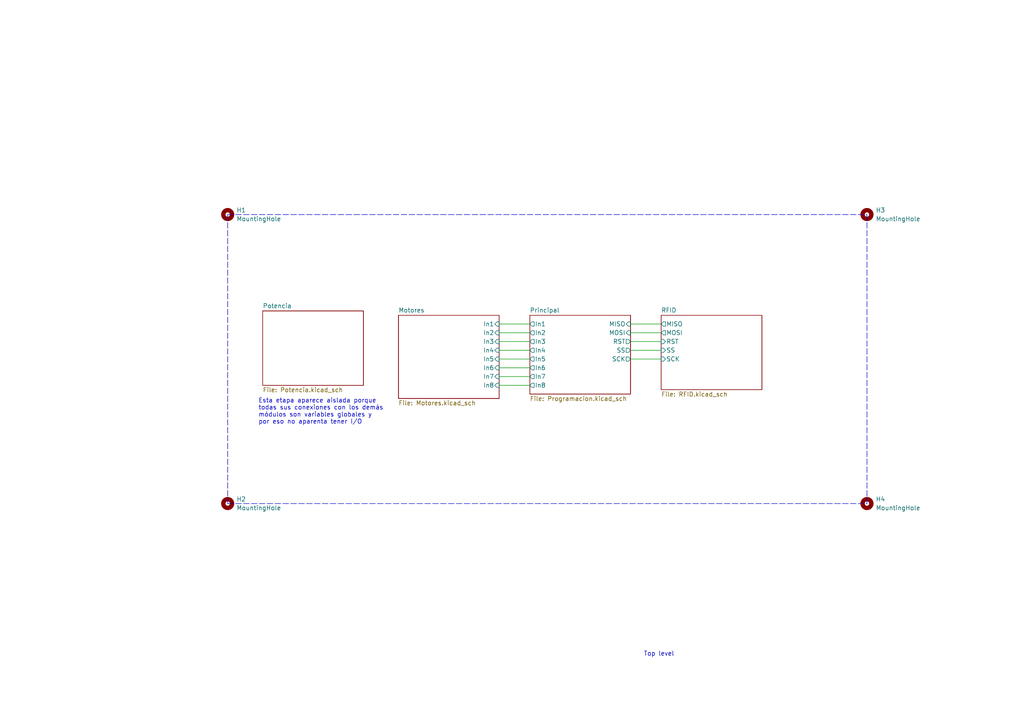
<source format=kicad_sch>
(kicad_sch (version 20211123) (generator eeschema)
  (paper "A4")
  (lib_symbols
    (symbol "Mechanical:MountingHole" (pin_names (offset 1.016))
      (property "Reference" "H" (at 0 5.08 0))
      (property "Value" "MountingHole" (at 0 3.175 0))
      (symbol "MountingHole_0_1"
        (circle (center 0 0) (radius 1.27) (stroke (width 1.27)))
      )
    )
  )
  (wire (pts (xy 144.78 96.52) (xy 153.67 96.52)))
  (wire (pts (xy 182.88 96.52) (xy 191.77 96.52)))
  (wire (pts (xy 182.88 93.98) (xy 191.77 93.98)))
  (wire (pts (xy 182.88 101.6) (xy 191.77 101.6)))
  (wire (pts (xy 182.88 99.06) (xy 191.77 99.06)))
  (polyline (pts (xy 251.46 62.23) (xy 251.46 146.05)))
  (polyline (pts (xy 66.04 146.05) (xy 251.46 146.05)))
  (wire (pts (xy 182.88 104.14) (xy 191.77 104.14)))
  (wire (pts (xy 144.78 104.14) (xy 153.67 104.14)))
  (wire (pts (xy 144.78 109.22) (xy 153.67 109.22)))
  (wire (pts (xy 144.78 99.06) (xy 153.67 99.06)))
  (wire (pts (xy 144.78 106.68) (xy 153.67 106.68)))
  (wire (pts (xy 144.78 93.98) (xy 153.67 93.98)))
  (wire (pts (xy 144.78 101.6) (xy 153.67 101.6)))
  (polyline (pts (xy 66.04 62.23) (xy 66.04 146.05)))
  (polyline (pts (xy 66.04 62.23) (xy 251.46 62.23)))
  (wire (pts (xy 144.78 111.76) (xy 153.67 111.76)))
  (text "Esta etapa aparece aislada porque\ntodas sus conexiones con los demás\nmódulos son variables globales y\npor eso no aparenta tener I/O" (at 74.93 123.19 0) (effects (font (size 1.27 1.27)) (justify left bottom)))
  (text "Top level\n" (at 186.69 190.5 0) (effects (font (size 1.27 1.27)) (justify left bottom)))
  (symbol (lib_id "Mechanical:MountingHole") (at 251.46 62.23 0) (unit 1)
    (property "Reference" "H3" (at 254 60.9599 0) (effects (justify left)))
    (property "Value" "MountingHole" (at 254 63.4999 0) (effects (justify left)))
    (property "Footprint" "MountingHole:MountingHole_2.5mm" (effects hide))
  )
  (symbol (lib_id "Mechanical:MountingHole") (at 251.46 146.05 0) (unit 1)
    (property "Reference" "H4" (at 254 144.7799 0) (effects (justify left)))
    (property "Value" "MountingHole" (at 254 147.3199 0) (effects (justify left)))
    (property "Footprint" "MountingHole:MountingHole_2.5mm" (effects hide))
  )
  (symbol (lib_id "Mechanical:MountingHole") (at 66.04 62.23 0) (unit 1)
    (property "Reference" "H1" (at 68.58 60.9599 0) (effects (justify left)))
    (property "Value" "MountingHole" (at 68.58 63.4999 0) (effects (justify left)))
    (property "Footprint" "MountingHole:MountingHole_2.5mm" (effects hide))
  )
  (symbol (lib_id "Mechanical:MountingHole") (at 66.04 146.05 0) (unit 1)
    (property "Reference" "H2" (at 68.58 144.7799 0) (effects (justify left)))
    (property "Value" "MountingHole" (at 68.58 147.3199 0) (effects (justify left)))
    (property "Footprint" "MountingHole:MountingHole_2.5mm" (effects hide))
  )
  (sheet (at 76.2 90.17) (size 29.21 21.59) (stroke (width 0.1524))
    (property "Sheet name" "Potencia" (at 76.2 89.4584 0) (effects (justify left bottom)))
    (property "Sheet file" "Potencia.kicad_sch" (at 76.2 112.3446 0) (effects (justify left top)))
  )
  (sheet (at 191.77 91.44) (size 29.21 21.59) (stroke (width 0.1524))
    (property "Sheet name" "RFID" (at 191.77 90.7284 0) (effects (justify left bottom)))
    (property "Sheet file" "RFID.kicad_sch" (at 191.77 113.6146 0) (effects (justify left top)))
    (pin "RST" input (at 191.77 99.06 180))
    (pin "MISO" output (at 191.77 93.98 180))
    (pin "MOSI" output (at 191.77 96.52 180))
    (pin "SS" input (at 191.77 101.6 180))
    (pin "SCK" input (at 191.77 104.14 180))
  )
  (sheet (at 153.67 91.44) (size 29.21 22.86) (stroke (width 0.1524))
    (property "Sheet name" "Principal" (at 153.67 90.7284 0) (effects (justify left bottom)))
    (property "Sheet file" "Programacion.kicad_sch" (at 153.67 114.8846 0) (effects (justify left top)))
    (pin "RST" output (at 182.88 99.06 0))
    (pin "SCK" output (at 182.88 104.14 0))
    (pin "SS" output (at 182.88 101.6 0))
    (pin "MISO" input (at 182.88 93.98 0))
    (pin "MOSI" input (at 182.88 96.52 0))
    (pin "In8" output (at 153.67 111.76 180))
    (pin "In6" output (at 153.67 106.68 180))
    (pin "In5" output (at 153.67 104.14 180))
    (pin "In7" output (at 153.67 109.22 180))
    (pin "In3" output (at 153.67 99.06 180))
    (pin "In1" output (at 153.67 93.98 180))
    (pin "In2" output (at 153.67 96.52 180))
    (pin "In4" output (at 153.67 101.6 180))
  )
  (sheet (at 115.57 91.44) (size 29.21 24.13) (stroke (width 0.1524))
    (property "Sheet name" "Motores" (at 115.57 90.7284 0) (effects (justify left bottom)))
    (property "Sheet file" "Motores.kicad_sch" (at 115.57 116.1546 0) (effects (justify left top)))
    (pin "In1" input (at 144.78 93.98 0))
    (pin "In3" input (at 144.78 99.06 0))
    (pin "In4" input (at 144.78 101.6 0))
    (pin "In2" input (at 144.78 96.52 0))
    (pin "In5" input (at 144.78 104.14 0))
    (pin "In6" input (at 144.78 106.68 0))
    (pin "In7" input (at 144.78 109.22 0))
    (pin "In8" input (at 144.78 111.76 0))
  )
)
</source>
